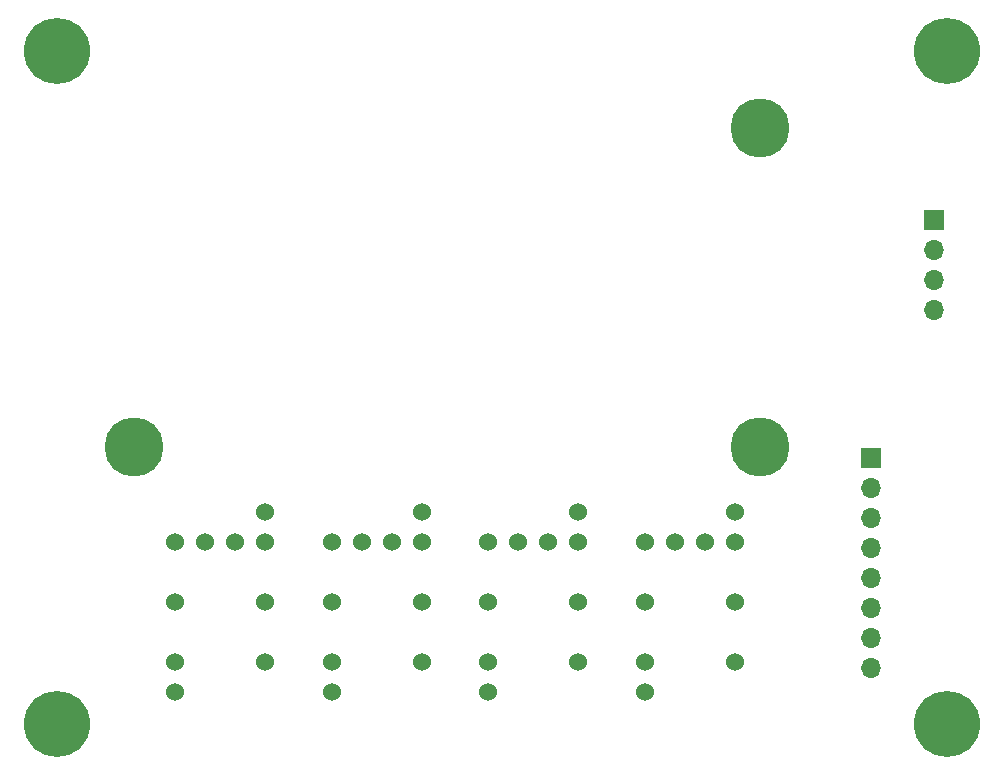
<source format=gbr>
%TF.GenerationSoftware,KiCad,Pcbnew,(5.1.7)-1*%
%TF.CreationDate,2022-02-19T15:23:42+00:00*%
%TF.ProjectId,ControlMenu-PCB,436f6e74-726f-46c4-9d65-6e752d504342,rev?*%
%TF.SameCoordinates,Original*%
%TF.FileFunction,Soldermask,Bot*%
%TF.FilePolarity,Negative*%
%FSLAX46Y46*%
G04 Gerber Fmt 4.6, Leading zero omitted, Abs format (unit mm)*
G04 Created by KiCad (PCBNEW (5.1.7)-1) date 2022-02-19 15:23:42*
%MOMM*%
%LPD*%
G01*
G04 APERTURE LIST*
%ADD10C,5.600000*%
%ADD11O,1.700000X1.700000*%
%ADD12R,1.700000X1.700000*%
%ADD13C,5.000000*%
%ADD14C,1.524000*%
G04 APERTURE END LIST*
D10*
%TO.C,REF\u002A\u002A*%
X192090000Y-96880000D03*
%TD*%
D11*
%TO.C,J2*%
X266320000Y-118800000D03*
X266320000Y-116260000D03*
X266320000Y-113720000D03*
D12*
X266320000Y-111180000D03*
%TD*%
D13*
%TO.C,REF\u002A\u002A*%
X198590000Y-130380000D03*
%TD*%
%TO.C,REF\u002A\u002A*%
X251590000Y-130380000D03*
%TD*%
%TO.C,REF\u002A\u002A*%
X251590000Y-103380000D03*
%TD*%
D10*
%TO.C,REF\u002A\u002A*%
X192090000Y-153880000D03*
%TD*%
%TO.C,REF\u002A\u002A*%
X267420000Y-96880000D03*
%TD*%
%TO.C,REF\u002A\u002A*%
X267420000Y-153880000D03*
%TD*%
D14*
%TO.C,Enter1*%
X244415000Y-138415000D03*
X246955000Y-138415000D03*
X249495000Y-138415000D03*
X241875000Y-138415000D03*
X249495000Y-135875000D03*
X241875000Y-151115000D03*
X249495000Y-143495000D03*
X241875000Y-143495000D03*
X249495000Y-148575000D03*
X241875000Y-148575000D03*
%TD*%
%TO.C,1s1*%
X231145000Y-138415000D03*
X233685000Y-138415000D03*
X236225000Y-138415000D03*
X228605000Y-138415000D03*
X236225000Y-135875000D03*
X228605000Y-151115000D03*
X236225000Y-143495000D03*
X228605000Y-143495000D03*
X236225000Y-148575000D03*
X228605000Y-148575000D03*
%TD*%
%TO.C,10s1*%
X217875000Y-138415000D03*
X220415000Y-138415000D03*
X222955000Y-138415000D03*
X215335000Y-138415000D03*
X222955000Y-135875000D03*
X215335000Y-151115000D03*
X222955000Y-143495000D03*
X215335000Y-143495000D03*
X222955000Y-148575000D03*
X215335000Y-148575000D03*
%TD*%
%TO.C,100s1*%
X204605000Y-138415000D03*
X207145000Y-138415000D03*
X209685000Y-138415000D03*
X202065000Y-138415000D03*
X209685000Y-135875000D03*
X202065000Y-151115000D03*
X209685000Y-143495000D03*
X202065000Y-143495000D03*
X209685000Y-148575000D03*
X202065000Y-148575000D03*
%TD*%
D11*
%TO.C,J1*%
X260970000Y-149090000D03*
X260970000Y-146550000D03*
X260970000Y-144010000D03*
X260970000Y-141470000D03*
X260970000Y-138930000D03*
X260970000Y-136390000D03*
X260970000Y-133850000D03*
D12*
X260970000Y-131310000D03*
%TD*%
M02*

</source>
